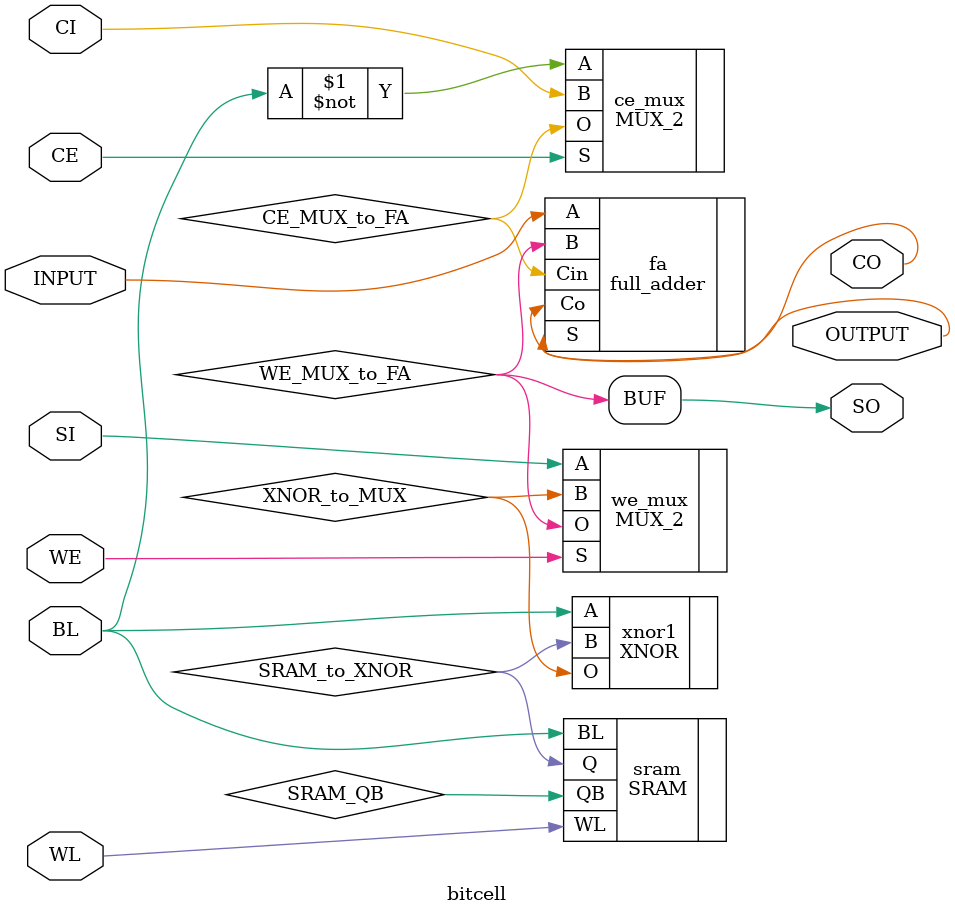
<source format=v>
`include "fa.v"
`include "mux2.v"
`include "sram.v"
`include "xnor.v"

module bitcell (
    SI,
    CI,
    WL,
    BL,
    WE,
    CE,
    INPUT,
    OUTPUT,
    CO,
    SO
);

    input SI, CI, WL, BL, WE, CE, INPUT;
    output OUTPUT, CO, SO;
    wire SRAM_to_XNOR;
    wire SRAM_QB; //NC
    wire XNOR_to_MUX;
    wire WE_MUX_to_FA;
    wire CE_MUX_to_FA;

    SRAM sram (
        .BL(BL),
        .WL(WL),
        .Q(SRAM_to_XNOR),
        .QB(SRAM_QB)
    );

    XNOR xnor1 (
        .A(BL),
        .B(SRAM_to_XNOR),
        .O(XNOR_to_MUX)
    );

    MUX_2 we_mux (
        .A(SI),
        .B(XNOR_to_MUX),
        .S(WE),
        .O(WE_MUX_to_FA)
    );

    MUX_2 ce_mux (
        .A(~BL),
        .B(CI),
        .S(CE),
        .O(CE_MUX_to_FA)
    );


    full_adder fa (
        .A(INPUT),
        .B(WE_MUX_to_FA),
        .Cin(CE_MUX_to_FA),
        .S(OUTPUT),
        .Co(CO)
    );

    assign SO = WE_MUX_to_FA;

    
endmodule


</source>
